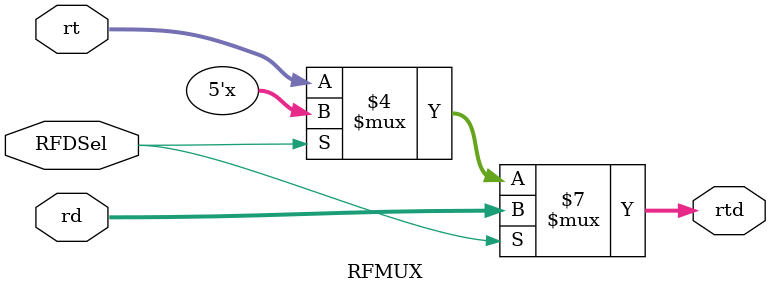
<source format=v>
`timescale 1ns / 1ps


/// RF MUX ///
module RFMUX(
input RFDSel, 
input [4 : 0] rt,rd,
output reg [4 : 0] rtd //Connects to RFWA
);

always @(RFDSel,rt,rd)begin
    //RFDSel is 1 for R-TYPE instructions
    if(RFDSel == 1'b1)begin
        rtd <= rd;
    end
    
    //RFDSel is 0 for lw 
    else if(RFDSel == 1'b0) begin
        rtd <= rt;
    end

end

endmodule


</source>
